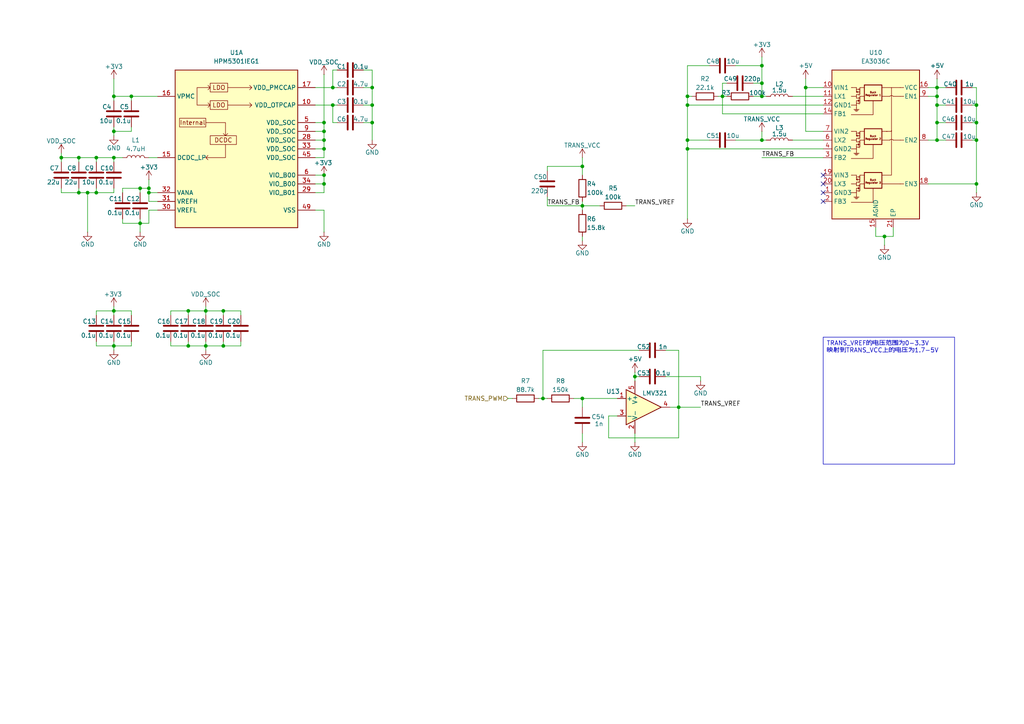
<source format=kicad_sch>
(kicad_sch (version 20231120) (generator "eeschema") (generator_version "8.0")
  (paper "A4")
  (lib_symbols
    (symbol "Amplifier_Operational:LMV321" (pin_names (offset 0.127))
      (property "Reference" "U" (at 0 5.08 0))
      (property "Value" "LMV321" (at 0 -5.08 0))
      (symbol "LMV321_0_1"
        (pin power_in line (at -2.54 -7.62 90) (length 3.81) (name "V-") (number "2"))
        (pin power_in line (at -2.54 7.62 270) (length 3.81) (name "V+") (number "5"))
      )
      (symbol "LMV321_1_1"
        (pin input line (at -7.62 2.54 0) (length 2.54) (name "+") (number "1"))
        (pin input line (at -7.62 -2.54 0) (length 2.54) (name "-") (number "3"))
        (pin output line (at 7.62 0 180) (length 2.54) (name "~") (number "4"))
      )
    )
    (symbol "Device:C" (pin_numbers hide) (pin_names (offset 0.254))
      (property "Reference" "C" (at 0.635 2.54 0))
      (property "Value" "C" (at 0.635 -2.54 0))
      (symbol "C_1_1"
        (pin passive line (at 0 3.81 270) (length 2.794) (name "~") (number "1"))
        (pin passive line (at 0 -3.81 90) (length 2.794) (name "~") (number "2"))
      )
    )
    (symbol "Device:L" (pin_numbers hide) (pin_names (offset 1.016) hide)
      (property "Reference" "L" (at -1.27 0 90))
      (property "Value" "L" (at 1.905 0 90))
      (symbol "L_1_1"
        (pin passive line (at 0 3.81 270) (length 1.27) (name "1") (number "1"))
        (pin passive line (at 0 -3.81 90) (length 1.27) (name "2") (number "2"))
      )
    )
    (symbol "Device:R" (pin_numbers hide) (pin_names (offset 0))
      (property "Reference" "R" (at 2.032 0 90))
      (property "Value" "R" (at 0 0 90))
      (symbol "R_1_1"
        (pin passive line (at 0 3.81 270) (length 1.27) (name "~") (number "1"))
        (pin passive line (at 0 -3.81 90) (length 1.27) (name "~") (number "2"))
      )
    )
    (symbol "HPM5300_Library:HPM5301IEG1"
      (property "Reference" "U" (at -39.624 54.356 0))
      (property "Value" "HPM5301IEG1" (at -25.654 54.356 0))
      (symbol "HPM5301IEG1_1_0"
        (pin power_in line (at 22.86 -17.78 180) (length 5.08) (name "VSS") (number "49"))
      )
      (symbol "HPM5301IEG1_1_1"
        (text "DCDC" (at -3.81 2.54 0) (effects (font (size 1.27 1.27))))
        (text "Internal" (at -12.7 7.62 0) (effects (font (size 1.27 1.27))))
        (text "LDO" (at -5.08 12.7 0) (effects (font (size 1.27 1.27))))
        (text "LDO" (at -5.08 17.78 0) (effects (font (size 1.27 1.27))))
        (pin power_out line (at 22.86 12.7 180) (length 5.08) (name "VDD_OTPCAP") (number "10"))
        (pin power_in line (at -22.86 -2.54 0) (length 5.08) (name "DCDC_LP") (number "15"))
        (pin power_in line (at -22.86 15.24 0) (length 5.08) (name "VPMC") (number "16"))
        (pin power_out line (at 22.86 17.78 180) (length 5.08) (name "VDD_PMCCAP") (number "17"))
        (pin power_in line (at 22.86 2.54 180) (length 5.08) (name "VDD_SOC") (number "28"))
        (pin power_in line (at 22.86 -12.7 180) (length 5.08) (name "VIO_B01") (number "29"))
        (pin power_in line (at -22.86 -17.78 0) (length 5.08) (name "VREFL") (number "30"))
        (pin power_in line (at -22.86 -15.24 0) (length 5.08) (name "VREFH") (number "31"))
        (pin power_in line (at -22.86 -12.7 0) (length 5.08) (name "VANA") (number "32"))
        (pin power_in line (at 22.86 0 180) (length 5.08) (name "VDD_SOC") (number "33"))
        (pin power_in line (at 22.86 -10.16 180) (length 5.08) (name "VIO_B00") (number "34"))
        (pin power_in line (at 22.86 -2.54 180) (length 5.08) (name "VDD_SOC") (number "45"))
        (pin power_in line (at 22.86 7.62 180) (length 5.08) (name "VDD_SOC") (number "5"))
        (pin power_in line (at 22.86 -7.62 180) (length 5.08) (name "VIO_B00") (number "6"))
        (pin power_in line (at 22.86 5.08 180) (length 5.08) (name "VDD_SOC") (number "9"))
      )
      (symbol "HPM5301IEG1_2_1"
        (pin bidirectional line (at -58.42 33.02 0) (length 5.08) (name "PA04/URT1.CTS/SPI0.CS0/TRGM0.P04/JTAG.TDO") (number "1"))
        (pin bidirectional line (at -58.42 40.64 0) (length 5.08) (name "PA01/TMR1.CAPT0/URT0.RXD/TRGM0.P01/ACMP.COMP0") (number "11"))
        (pin bidirectional line (at -58.42 43.18 0) (length 5.08) (name "PA00/TMR1.COMP0/URT0.TXD/TRGM0.P00") (number "12"))
        (pin input line (at -58.42 -45.72 0) (length 5.08) (name "~{RESETN}") (number "13"))
        (pin input line (at -58.42 -48.26 0) (length 5.08) (name "WAKEUP") (number "14"))
        (pin bidirectional line (at -58.42 -33.02 0) (length 5.08) (name "PY01/URT0.RXD/WDG0.RST/USB0.OC/PMIC_PY01/PURT.RXD/PTMR.COMP1/SOC.GPIO_Y01") (number "18"))
        (pin bidirectional line (at -58.42 -30.48 0) (length 5.08) (name "PY00/URT0.TXD/USB0.ID/PMIC_PY00/PURT.TXD/PTMR.COMP0/SOC.GPIO_Y00") (number "19"))
        (pin bidirectional line (at -58.42 22.86 0) (length 5.08) (name "PA08/TMR0.COMP1/URT2.TXD/I2C2.SCL/SPI3.CS2/JTAG.TRST") (number "2"))
        (pin bidirectional line (at -58.42 -25.4 0) (length 5.08) (name "PB15/TMR0.COMP3/URT3.TXD/SPI2.DAT3/TRGM0.P03/ADC0.IN7/CMP0.INP1/CMP1.INP1") (number "20"))
        (pin bidirectional line (at -58.42 -22.86 0) (length 5.08) (name "PB14/URT3.RXD/SPI2.DAT2/TRGM0.P02/ADC0.IN6/CMP0.INN1/CMP1.INN1") (number "21"))
        (pin bidirectional line (at -58.42 -20.32 0) (length 5.08) (name "PB13/TMR1.COMP3/URT3.DE/URT3.RTS/I2C3.SCL/SPI2.MOSI/TRGM0.P01/ADC0.IN5/CMP0.INP2/CMP1.INP2") (number "22"))
        (pin bidirectional line (at -58.42 -17.78 0) (length 5.08) (name "PB12/URT3.CTS/I2C3.SDA/SPI2.MISO/TRGM0.P00/ADC0.IN4/CMP0.INN2/CMP1.INN2") (number "23"))
        (pin bidirectional line (at -58.42 -15.24 0) (length 5.08) (name "PB11/URT2.CTS/SPI2.SCLK/ACMP.COMP1/ADC0.IN3/CMP0.INN4/CMP1.INN4") (number "24"))
        (pin bidirectional line (at -58.42 -12.7 0) (length 5.08) (name "PB10/TMR0.COMP2/URT2.DE/URT2.RTS/SPI2.CS0/ACMP.COMP0/USB0.PWR/ADC0.IN2/CMP0.INP4/CMP1.INP4") (number "25"))
        (pin bidirectional line (at -58.42 -10.16 0) (length 5.08) (name "PB09/TMR0.CAPT1/URT2.RXD/I2C2.SDA/SPI2.CS1/ACMP.COMP1/USB0.OC/ADC0.IN1/CMP0.INP6/CMP1.INP6") (number "26"))
        (pin bidirectional line (at -58.42 -7.62 0) (length 5.08) (name "PB08/TMR0.COMP1/URT2.TXD/I2C2.SCL/SPI2.CS2/ACMP.COMP0/USB0.ID/ADC0.IN11/CMP0.INN6/CMP1.INN6") (number "27"))
        (pin bidirectional line (at -58.42 20.32 0) (length 5.08) (name "PA09/TMR0.CAPT1/URT2.RXD/I2C2.SDA/SPI3.CS1") (number "3"))
        (pin input line (at -58.42 -38.1 0) (length 5.08) (name "XTALI") (number "35"))
        (pin output line (at -58.42 -40.64 0) (length 5.08) (name "XTALO") (number "36"))
        (pin bidirectional line (at -58.42 -2.54 0) (length 5.08) (name "PA31/SPI1.DAT3/XPI0.CA_CS0/TRGM0.P07/USB0.ID") (number "37"))
        (pin bidirectional line (at -58.42 0 0) (length 5.08) (name "PA30/SPI1.DAT2/XPI0.CA_D1/TRGM0.P06/USB0.PWR") (number "38"))
        (pin bidirectional line (at -58.42 2.54 0) (length 5.08) (name "PA29/I2C3.SCL/SPI1.MOSI/XPI0.CA_D2/TRGM0.P05/USB0.OC") (number "39"))
        (pin bidirectional line (at -58.42 17.78 0) (length 5.08) (name "PA10/TMR0.COMP2/URT2.DE/URT2.RTS/SPI3.CS0/ACMP.COMP0") (number "4"))
        (pin bidirectional line (at -58.42 5.08 0) (length 5.08) (name "PA28/I2C3.SDA/SPI1.MISO/XPI0.CA_D0/TRGM0.P04") (number "40"))
        (pin bidirectional line (at -58.42 7.62 0) (length 5.08) (name "PA27/SPI1.SCLK/XPI0.CA_SCLK/TRGM0.P03") (number "41"))
        (pin bidirectional line (at -58.42 10.16 0) (length 5.08) (name "PA26/SPI1.CS0/XPI0.CA_D3/TRGM0.P02") (number "42"))
        (pin bidirectional line (at -58.42 12.7 0) (length 5.08) (name "PA25/I2C2.SDA/SPI1.CS1/XPI0.CA_DQS/TRGM0.P01") (number "43"))
        (pin bidirectional line (at -58.42 15.24 0) (length 5.08) (name "PA24/I2C2.SCL/SPI1.CS2/XPI0.CA_CS1/TRGM0.P00") (number "44"))
        (pin bidirectional line (at -58.42 25.4 0) (length 5.08) (name "PA07/TMR0.COMP0/URT1.TXD/I2C1.SCL/SPI0.MOSI/TRGM0.P07/JTAG.TMS") (number "46"))
        (pin bidirectional line (at -58.42 27.94 0) (length 5.08) (name "PA06/TMR0.CAPT0/URT1.RXD/I2C1.SDA/SPI0.MISO/TRGM0.P06/JTAG.TCK") (number "47"))
        (pin bidirectional line (at -58.42 30.48 0) (length 5.08) (name "PA05/TMR1.COMP2/URT1.DE/URT1.RTS/SPI0.SCLK/TRGM0.P05/JTAG.TDI") (number "48"))
        (pin bidirectional line (at -58.42 35.56 0) (length 5.08) (name "PA03/TMR1.CAPT1/URT0.CTS/I2C0.SDA/SPI3.CS3/ACMP.COMP1/TRGM0.P03/ADC0.DBG") (number "7"))
        (pin bidirectional line (at -58.42 38.1 0) (length 5.08) (name "PA02/TMR1.COMP1/URT0.DE/URT0.RTS/I2C0.SCL/ACMP.COMP0/TRGM0.P02/ACMP.COMP1") (number "8"))
      )
    )
    (symbol "Regulator_Switching:EA3036C"
      (property "Reference" "U" (at 0 15.748 0))
      (property "Value" "EA3036C" (at 0 0 0))
      (symbol "EA3036C_1_0"
        (pin passive line (at -15.24 12.7 0) (length 2.54) hide (name "GND1") (number "13"))
      )
      (symbol "EA3036C_1_1"
        (text "Buck\nRegulator 1" (at -0.762 16.002 0) (effects (font (size 0.508 0.508))))
        (text "Buck\nRegulator 2" (at -0.762 3.302 0) (effects (font (size 0.508 0.508))))
        (text "Buck\nRegulator 3" (at -0.762 -9.398 0) (effects (font (size 0.508 0.508))))
        (pin power_in line (at -15.24 -12.7 0) (length 2.54) (name "GND3") (number "1"))
        (pin power_in line (at -15.24 17.78 0) (length 2.54) (name "VIN1") (number "10"))
        (pin output line (at -15.24 15.24 0) (length 2.54) (name "LX1") (number "11"))
        (pin power_in line (at -15.24 12.7 0) (length 2.54) (name "GND1") (number "12"))
        (pin input line (at -15.24 10.16 0) (length 2.54) (name "FB1") (number "14"))
        (pin power_in line (at 0 -22.86 90) (length 2.54) (name "AGND") (number "15"))
        (pin power_in line (at 15.24 17.78 180) (length 2.54) (name "VCC") (number "16"))
        (pin passive line (at 0 -22.86 90) (length 2.54) hide (name "AGND") (number "17"))
        (pin input line (at 15.24 -10.16 180) (length 2.54) (name "EN3") (number "18"))
        (pin power_in line (at -15.24 -7.62 0) (length 2.54) (name "VIN3") (number "19"))
        (pin input line (at -15.24 -15.24 0) (length 2.54) (name "FB3") (number "2"))
        (pin output line (at -15.24 -10.16 0) (length 2.54) (name "LX3") (number "20"))
        (pin power_in line (at 5.08 -22.86 90) (length 2.54) (name "EP") (number "21"))
        (pin input line (at -15.24 -2.54 0) (length 2.54) (name "FB2") (number "3"))
        (pin power_in line (at -15.24 0 0) (length 2.54) (name "GND2") (number "4"))
        (pin passive line (at -15.24 0 0) (length 2.54) hide (name "GND2") (number "5"))
        (pin output line (at -15.24 2.54 0) (length 2.54) (name "LX2") (number "6"))
        (pin power_in line (at -15.24 5.08 0) (length 2.54) (name "VIN2") (number "7"))
        (pin input line (at 15.24 2.54 180) (length 2.54) (name "EN2") (number "8"))
        (pin input line (at 15.24 15.24 180) (length 2.54) (name "EN1") (number "9"))
      )
    )
    (symbol "power:+3V3" (power) (pin_numbers hide) (pin_names (offset 0) hide)
      (property "Value" "+3V3" (at 0 3.556 0))
      (symbol "+3V3_1_1"
        (pin power_in line (at 0 0 90) (length 0) (name "~") (number "1"))
      )
    )
    (symbol "power:+5V" (power) (pin_numbers hide) (pin_names (offset 0) hide)
      (property "Value" "+5V" (at 0 3.556 0))
      (symbol "+5V_1_1"
        (pin power_in line (at 0 0 90) (length 0) (name "~") (number "1"))
      )
    )
    (symbol "power:GND" (power) (pin_numbers hide) (pin_names (offset 0) hide)
      (property "Value" "GND" (at 0 -3.81 0))
      (symbol "GND_1_1"
        (pin power_in line (at 0 0 270) (length 0) (name "~") (number "1"))
      )
    )
    (symbol "power:VCC" (power) (pin_numbers hide) (pin_names (offset 0) hide)
      (property "Value" "VCC" (at 0 3.556 0))
      (symbol "VCC_1_1"
        (pin power_in line (at 0 0 90) (length 0) (name "~") (number "1"))
      )
    )
    (symbol "power:VDD" (power) (pin_numbers hide) (pin_names (offset 0) hide)
      (property "Value" "VDD" (at 0 3.556 0))
      (symbol "VDD_1_1"
        (pin power_in line (at 0 0 90) (length 0) (name "~") (number "1"))
      )
    )
  )
  (junction (at 40.64 64.77))
  (junction (at 283.21 30.48))
  (junction (at 25.4 55.88))
  (junction (at 43.18 54.61))
  (junction (at 59.69 90.17))
  (junction (at 96.52 30.48))
  (junction (at 43.18 55.88))
  (junction (at 93.98 35.56))
  (junction (at 33.02 90.17))
  (junction (at 157.48 115.57))
  (junction (at 271.78 25.4))
  (junction (at 196.85 118.11))
  (junction (at 54.61 100.33))
  (junction (at 17.78 45.72))
  (junction (at 93.98 38.1))
  (junction (at 271.78 30.48))
  (junction (at 64.77 90.17))
  (junction (at 168.91 115.57))
  (junction (at 220.98 24.13))
  (junction (at 271.78 35.56))
  (junction (at 40.64 54.61))
  (junction (at 27.94 45.72))
  (junction (at 96.52 25.4))
  (junction (at 256.54 68.58))
  (junction (at 93.98 43.18))
  (junction (at 271.78 40.64))
  (junction (at 33.02 27.94))
  (junction (at 54.61 90.17))
  (junction (at 271.78 27.94))
  (junction (at 22.86 55.88))
  (junction (at 33.02 100.33))
  (junction (at 199.39 43.18))
  (junction (at 283.21 53.34))
  (junction (at 220.98 19.05))
  (junction (at 22.86 45.72))
  (junction (at 59.69 100.33))
  (junction (at 168.91 59.69))
  (junction (at 209.55 27.94))
  (junction (at 107.95 25.4))
  (junction (at 168.91 48.26))
  (junction (at 93.98 40.64))
  (junction (at 220.98 27.94))
  (junction (at 27.94 55.88))
  (junction (at 107.95 30.48))
  (junction (at 38.1 27.94))
  (junction (at 220.98 40.64))
  (junction (at 283.21 35.56))
  (junction (at 33.02 38.1))
  (junction (at 64.77 100.33))
  (junction (at 283.21 40.64))
  (junction (at 93.98 50.8))
  (junction (at 199.39 30.48))
  (junction (at 184.15 109.22))
  (junction (at 233.68 25.4))
  (junction (at 93.98 53.34))
  (junction (at 199.39 40.64))
  (junction (at 107.95 35.56))
  (junction (at 33.02 45.72))
  (junction (at 199.39 27.94))
  (no_connect (at 238.76 50.8))
  (no_connect (at 238.76 53.34))
  (no_connect (at 238.76 55.88))
  (no_connect (at 238.76 58.42))
  (wire (pts (xy 91.44 53.34) (xy 93.98 53.34)))
  (wire (pts (xy 93.98 50.8) (xy 93.98 53.34)))
  (wire (pts (xy 158.75 49.53) (xy 158.75 48.26)))
  (wire (pts (xy 209.55 27.94) (xy 210.82 27.94)))
  (wire (pts (xy 168.91 59.69) (xy 168.91 60.96)))
  (wire (pts (xy 91.44 40.64) (xy 93.98 40.64)))
  (wire (pts (xy 209.55 24.13) (xy 209.55 27.94)))
  (wire (pts (xy 209.55 27.94) (xy 209.55 33.02)))
  (wire (pts (xy 156.21 115.57) (xy 157.48 115.57)))
  (wire (pts (xy 107.95 35.56) (xy 107.95 40.64)))
  (wire (pts (xy 271.78 27.94) (xy 271.78 25.4)))
  (wire (pts (xy 220.98 38.1) (xy 220.98 40.64)))
  (wire (pts (xy 199.39 40.64) (xy 199.39 43.18)))
  (wire (pts (xy 45.72 60.96) (xy 43.18 60.96)))
  (wire (pts (xy 17.78 44.45) (xy 17.78 45.72)))
  (wire (pts (xy 256.54 68.58) (xy 256.54 71.12)))
  (wire (pts (xy 33.02 100.33) (xy 38.1 100.33)))
  (wire (pts (xy 283.21 30.48) (xy 283.21 35.56)))
  (wire (pts (xy 27.94 54.61) (xy 27.94 55.88)))
  (wire (pts (xy 168.91 45.72) (xy 168.91 48.26)))
  (wire (pts (xy 33.02 99.06) (xy 33.02 100.33)))
  (wire (pts (xy 196.85 118.11) (xy 194.31 118.11)))
  (wire (pts (xy 168.91 59.69) (xy 173.99 59.69)))
  (wire (pts (xy 64.77 99.06) (xy 64.77 100.33)))
  (wire (pts (xy 271.78 30.48) (xy 274.32 30.48)))
  (wire (pts (xy 199.39 30.48) (xy 199.39 40.64)))
  (wire (pts (xy 33.02 90.17) (xy 38.1 90.17)))
  (wire (pts (xy 69.85 100.33) (xy 69.85 99.06)))
  (wire (pts (xy 184.15 109.22) (xy 185.42 109.22)))
  (wire (pts (xy 166.37 115.57) (xy 168.91 115.57)))
  (wire (pts (xy 157.48 101.6) (xy 185.42 101.6)))
  (wire (pts (xy 203.2 109.22) (xy 203.2 110.49)))
  (wire (pts (xy 193.04 101.6) (xy 196.85 101.6)))
  (wire (pts (xy 105.41 25.4) (xy 107.95 25.4)))
  (wire (pts (xy 168.91 115.57) (xy 179.07 115.57)))
  (wire (pts (xy 93.98 38.1) (xy 93.98 40.64)))
  (wire (pts (xy 168.91 125.73) (xy 168.91 128.27)))
  (wire (pts (xy 179.07 120.65) (xy 176.53 120.65)))
  (wire (pts (xy 96.52 25.4) (xy 97.79 25.4)))
  (wire (pts (xy 220.98 19.05) (xy 220.98 24.13)))
  (wire (pts (xy 43.18 55.88) (xy 43.18 58.42)))
  (wire (pts (xy 93.98 43.18) (xy 93.98 45.72)))
  (wire (pts (xy 199.39 27.94) (xy 199.39 30.48)))
  (wire (pts (xy 220.98 45.72) (xy 238.76 45.72)))
  (wire (pts (xy 254 68.58) (xy 256.54 68.58)))
  (wire (pts (xy 107.95 20.32) (xy 107.95 25.4)))
  (wire (pts (xy 59.69 90.17) (xy 64.77 90.17)))
  (wire (pts (xy 96.52 30.48) (xy 96.52 35.56)))
  (wire (pts (xy 105.41 35.56) (xy 107.95 35.56)))
  (wire (pts (xy 33.02 54.61) (xy 33.02 55.88)))
  (wire (pts (xy 158.75 59.69) (xy 168.91 59.69)))
  (wire (pts (xy 176.53 127) (xy 196.85 127)))
  (wire (pts (xy 35.56 54.61) (xy 40.64 54.61)))
  (wire (pts (xy 38.1 100.33) (xy 38.1 99.06)))
  (wire (pts (xy 168.91 58.42) (xy 168.91 59.69)))
  (wire (pts (xy 25.4 55.88) (xy 22.86 55.88)))
  (wire (pts (xy 271.78 40.64) (xy 271.78 35.56)))
  (wire (pts (xy 33.02 27.94) (xy 38.1 27.94)))
  (wire (pts (xy 213.36 19.05) (xy 220.98 19.05)))
  (wire (pts (xy 208.28 27.94) (xy 209.55 27.94)))
  (wire (pts (xy 27.94 91.44) (xy 27.94 90.17)))
  (wire (pts (xy 256.54 68.58) (xy 259.08 68.58)))
  (wire (pts (xy 281.94 35.56) (xy 283.21 35.56)))
  (wire (pts (xy 158.75 48.26) (xy 168.91 48.26)))
  (wire (pts (xy 91.44 38.1) (xy 93.98 38.1)))
  (wire (pts (xy 281.94 25.4) (xy 283.21 25.4)))
  (wire (pts (xy 283.21 40.64) (xy 283.21 53.34)))
  (wire (pts (xy 199.39 40.64) (xy 205.74 40.64)))
  (wire (pts (xy 238.76 38.1) (xy 233.68 38.1)))
  (wire (pts (xy 33.02 55.88) (xy 27.94 55.88)))
  (wire (pts (xy 157.48 115.57) (xy 157.48 101.6)))
  (wire (pts (xy 54.61 90.17) (xy 54.61 91.44)))
  (wire (pts (xy 281.94 30.48) (xy 283.21 30.48)))
  (wire (pts (xy 22.86 54.61) (xy 22.86 55.88)))
  (wire (pts (xy 27.94 100.33) (xy 33.02 100.33)))
  (wire (pts (xy 229.87 40.64) (xy 238.76 40.64)))
  (wire (pts (xy 43.18 54.61) (xy 43.18 55.88)))
  (wire (pts (xy 27.94 55.88) (xy 25.4 55.88)))
  (wire (pts (xy 107.95 30.48) (xy 107.95 35.56)))
  (wire (pts (xy 33.02 22.86) (xy 33.02 27.94)))
  (wire (pts (xy 238.76 33.02) (xy 209.55 33.02)))
  (wire (pts (xy 168.91 115.57) (xy 168.91 118.11)))
  (wire (pts (xy 233.68 22.86) (xy 233.68 25.4)))
  (wire (pts (xy 196.85 101.6) (xy 196.85 118.11)))
  (wire (pts (xy 22.86 45.72) (xy 22.86 46.99)))
  (wire (pts (xy 233.68 25.4) (xy 238.76 25.4)))
  (wire (pts (xy 59.69 88.9) (xy 59.69 90.17)))
  (wire (pts (xy 33.02 27.94) (xy 33.02 29.21)))
  (wire (pts (xy 43.18 52.07) (xy 43.18 54.61)))
  (wire (pts (xy 184.15 109.22) (xy 184.15 110.49)))
  (wire (pts (xy 93.98 40.64) (xy 93.98 43.18)))
  (wire (pts (xy 64.77 100.33) (xy 69.85 100.33)))
  (wire (pts (xy 199.39 30.48) (xy 238.76 30.48)))
  (wire (pts (xy 22.86 45.72) (xy 27.94 45.72)))
  (wire (pts (xy 38.1 38.1) (xy 38.1 36.83)))
  (wire (pts (xy 54.61 99.06) (xy 54.61 100.33)))
  (wire (pts (xy 91.44 43.18) (xy 93.98 43.18)))
  (wire (pts (xy 27.94 45.72) (xy 27.94 46.99)))
  (wire (pts (xy 33.02 38.1) (xy 38.1 38.1)))
  (wire (pts (xy 271.78 22.86) (xy 271.78 25.4)))
  (wire (pts (xy 96.52 30.48) (xy 97.79 30.48)))
  (wire (pts (xy 271.78 40.64) (xy 274.32 40.64)))
  (wire (pts (xy 196.85 118.11) (xy 203.2 118.11)))
  (wire (pts (xy 59.69 100.33) (xy 59.69 101.6)))
  (wire (pts (xy 254 66.04) (xy 254 68.58)))
  (wire (pts (xy 199.39 43.18) (xy 238.76 43.18)))
  (wire (pts (xy 91.44 60.96) (xy 93.98 60.96)))
  (wire (pts (xy 271.78 25.4) (xy 274.32 25.4)))
  (wire (pts (xy 91.44 35.56) (xy 93.98 35.56)))
  (wire (pts (xy 97.79 35.56) (xy 96.52 35.56)))
  (wire (pts (xy 196.85 127) (xy 196.85 118.11)))
  (wire (pts (xy 271.78 35.56) (xy 274.32 35.56)))
  (wire (pts (xy 54.61 100.33) (xy 59.69 100.33)))
  (wire (pts (xy 147.32 115.57) (xy 148.59 115.57)))
  (wire (pts (xy 93.98 35.56) (xy 93.98 38.1)))
  (wire (pts (xy 69.85 90.17) (xy 69.85 91.44)))
  (wire (pts (xy 229.87 27.94) (xy 238.76 27.94)))
  (wire (pts (xy 43.18 60.96) (xy 43.18 64.77)))
  (wire (pts (xy 200.66 27.94) (xy 199.39 27.94)))
  (wire (pts (xy 158.75 57.15) (xy 158.75 59.69)))
  (wire (pts (xy 45.72 58.42) (xy 43.18 58.42)))
  (wire (pts (xy 33.02 45.72) (xy 35.56 45.72)))
  (wire (pts (xy 269.24 40.64) (xy 271.78 40.64)))
  (wire (pts (xy 64.77 90.17) (xy 64.77 91.44)))
  (wire (pts (xy 210.82 24.13) (xy 209.55 24.13)))
  (wire (pts (xy 40.64 63.5) (xy 40.64 64.77)))
  (wire (pts (xy 35.56 55.88) (xy 35.56 54.61)))
  (wire (pts (xy 33.02 90.17) (xy 33.02 91.44)))
  (wire (pts (xy 27.94 45.72) (xy 33.02 45.72)))
  (wire (pts (xy 222.25 40.64) (xy 220.98 40.64)))
  (wire (pts (xy 176.53 120.65) (xy 176.53 127)))
  (wire (pts (xy 283.21 53.34) (xy 283.21 55.88)))
  (wire (pts (xy 38.1 27.94) (xy 38.1 29.21)))
  (wire (pts (xy 168.91 68.58) (xy 168.91 69.85)))
  (wire (pts (xy 193.04 109.22) (xy 203.2 109.22)))
  (wire (pts (xy 17.78 45.72) (xy 22.86 45.72)))
  (wire (pts (xy 220.98 16.51) (xy 220.98 19.05)))
  (wire (pts (xy 205.74 19.05) (xy 199.39 19.05)))
  (wire (pts (xy 59.69 90.17) (xy 59.69 91.44)))
  (wire (pts (xy 17.78 55.88) (xy 17.78 54.61)))
  (wire (pts (xy 64.77 90.17) (xy 69.85 90.17)))
  (wire (pts (xy 43.18 55.88) (xy 45.72 55.88)))
  (wire (pts (xy 25.4 67.31) (xy 25.4 55.88)))
  (wire (pts (xy 105.41 20.32) (xy 107.95 20.32)))
  (wire (pts (xy 184.15 125.73) (xy 184.15 128.27)))
  (wire (pts (xy 218.44 27.94) (xy 220.98 27.94)))
  (wire (pts (xy 27.94 99.06) (xy 27.94 100.33)))
  (wire (pts (xy 45.72 27.94) (xy 38.1 27.94)))
  (wire (pts (xy 107.95 25.4) (xy 107.95 30.48)))
  (wire (pts (xy 93.98 60.96) (xy 93.98 67.31)))
  (wire (pts (xy 33.02 36.83) (xy 33.02 38.1)))
  (wire (pts (xy 27.94 90.17) (xy 33.02 90.17)))
  (wire (pts (xy 43.18 45.72) (xy 45.72 45.72)))
  (wire (pts (xy 220.98 24.13) (xy 220.98 27.94)))
  (wire (pts (xy 49.53 100.33) (xy 54.61 100.33)))
  (wire (pts (xy 168.91 48.26) (xy 168.91 50.8)))
  (wire (pts (xy 49.53 99.06) (xy 49.53 100.33)))
  (wire (pts (xy 59.69 100.33) (xy 64.77 100.33)))
  (wire (pts (xy 33.02 88.9) (xy 33.02 90.17)))
  (wire (pts (xy 40.64 54.61) (xy 43.18 54.61)))
  (wire (pts (xy 17.78 46.99) (xy 17.78 45.72)))
  (wire (pts (xy 91.44 45.72) (xy 93.98 45.72)))
  (wire (pts (xy 91.44 55.88) (xy 93.98 55.88)))
  (wire (pts (xy 269.24 25.4) (xy 271.78 25.4)))
  (wire (pts (xy 181.61 59.69) (xy 184.15 59.69)))
  (wire (pts (xy 59.69 99.06) (xy 59.69 100.33)))
  (wire (pts (xy 54.61 90.17) (xy 59.69 90.17)))
  (wire (pts (xy 49.53 90.17) (xy 54.61 90.17)))
  (wire (pts (xy 49.53 91.44) (xy 49.53 90.17)))
  (wire (pts (xy 97.79 20.32) (xy 96.52 20.32)))
  (wire (pts (xy 157.48 115.57) (xy 158.75 115.57)))
  (wire (pts (xy 281.94 40.64) (xy 283.21 40.64)))
  (wire (pts (xy 218.44 24.13) (xy 220.98 24.13)))
  (wire (pts (xy 96.52 20.32) (xy 96.52 25.4)))
  (wire (pts (xy 40.64 64.77) (xy 40.64 67.31)))
  (wire (pts (xy 40.64 54.61) (xy 40.64 55.88)))
  (wire (pts (xy 35.56 63.5) (xy 35.56 64.77)))
  (wire (pts (xy 22.86 55.88) (xy 17.78 55.88)))
  (wire (pts (xy 33.02 45.72) (xy 33.02 46.99)))
  (wire (pts (xy 259.08 68.58) (xy 259.08 66.04)))
  (wire (pts (xy 271.78 30.48) (xy 271.78 27.94)))
  (wire (pts (xy 91.44 50.8) (xy 93.98 50.8)))
  (wire (pts (xy 93.98 21.59) (xy 93.98 35.56)))
  (wire (pts (xy 199.39 43.18) (xy 199.39 63.5)))
  (wire (pts (xy 233.68 38.1) (xy 233.68 25.4)))
  (wire (pts (xy 271.78 35.56) (xy 271.78 30.48)))
  (wire (pts (xy 283.21 35.56) (xy 283.21 40.64)))
  (wire (pts (xy 283.21 25.4) (xy 283.21 30.48)))
  (wire (pts (xy 220.98 27.94) (xy 222.25 27.94)))
  (wire (pts (xy 35.56 64.77) (xy 40.64 64.77)))
  (wire (pts (xy 213.36 40.64) (xy 220.98 40.64)))
  (wire (pts (xy 38.1 90.17) (xy 38.1 91.44)))
  (wire (pts (xy 93.98 53.34) (xy 93.98 55.88)))
  (wire (pts (xy 269.24 53.34) (xy 283.21 53.34)))
  (wire (pts (xy 40.64 64.77) (xy 43.18 64.77)))
  (wire (pts (xy 33.02 100.33) (xy 33.02 101.6)))
  (wire (pts (xy 91.44 25.4) (xy 96.52 25.4)))
  (wire (pts (xy 91.44 30.48) (xy 96.52 30.48)))
  (wire (pts (xy 184.15 107.95) (xy 184.15 109.22)))
  (wire (pts (xy 105.41 30.48) (xy 107.95 30.48)))
  (wire (pts (xy 269.24 27.94) (xy 271.78 27.94)))
  (wire (pts (xy 199.39 19.05) (xy 199.39 27.94)))
  (wire (pts (xy 33.02 38.1) (xy 33.02 39.37)))
  (text_box "TRANS_VREF的电压范围为0-3.3V\n映射到TRANS_VCC上的电压为1.7-5V" (at 238.76 97.79 0) (size 38.1 36.83) (effects (font (size 1.27 1.27)) (justify left top)))
  (label "TRANS_FB" (at 220.98 45.72 0))
  (label "TRANS_VREF" (at 203.2 118.11 0))
  (label "TRANS_FB" (at 158.75 59.69 0))
  (label "TRANS_VREF" (at 184.15 59.69 0))
  (hierarchical_label "TRANS_PWM" (shape input) (at 147.32 115.57 180))
  (symbol (lib_id "Device:C") (at 40.64 59.69 0) (unit 1)
    (property "Reference" "C12" (at 38.608 57.658 0))
    (property "Value" "0.1u" (at 38.354 61.722 0))
    (property "Footprint" "Capacitor_SMD:C_0402_1005Metric" (effects (hide yes)))
    (property "Description" "Unpolarized capacitor" (effects (hide yes)))
  )
  (symbol (lib_id "power:GND") (at 168.91 128.27 0) (unit 1)
    (property "Reference" "#PWR091" (effects (hide yes)))
    (property "Value" "GND" (at 168.91 131.826 0))
    (property "Description" "Power symbol creates a global label with name \"GND\" , ground" (effects (hide yes)))
  )
  (symbol (lib_id "Device:C") (at 33.02 95.25 0) (unit 1)
    (property "Reference" "C14" (at 30.988 93.218 0))
    (property "Value" "0.1u" (at 30.734 97.282 0))
    (property "Footprint" "Capacitor_SMD:C_0402_1005Metric" (effects (hide yes)))
    (property "Description" "Unpolarized capacitor" (effects (hide yes)))
  )
  (symbol (lib_id "power:+5V") (at 233.68 22.86 0) (unit 1)
    (property "Reference" "#PWR069" (effects (hide yes)))
    (property "Value" "+5V" (at 233.68 19.05 0))
    (property "Description" "Power symbol creates a global label with name \"+5V\"" (effects (hide yes)))
  )
  (symbol (lib_id "Device:C") (at 27.94 50.8 0) (unit 1)
    (property "Reference" "C9" (at 25.908 48.768 0))
    (property "Value" "10u" (at 25.654 52.832 0))
    (property "Footprint" "Capacitor_SMD:C_0402_1005Metric" (effects (hide yes)))
    (property "Description" "Unpolarized capacitor" (effects (hide yes)))
  )
  (symbol (lib_id "power:GND") (at 184.15 128.27 0) (unit 1)
    (property "Reference" "#PWR092" (effects (hide yes)))
    (property "Value" "GND" (at 184.15 131.826 0))
    (property "Description" "Power symbol creates a global label with name \"GND\" , ground" (effects (hide yes)))
  )
  (symbol (lib_id "Device:C") (at 214.63 24.13 90) (unit 1)
    (property "Reference" "C49" (at 211.836 22.86 90))
    (property "Value" "220p" (at 218.186 22.86 90))
    (property "Footprint" "Capacitor_SMD:C_0402_1005Metric" (effects (hide yes)))
    (property "Description" "Unpolarized capacitor" (effects (hide yes)))
  )
  (symbol (lib_id "Device:C") (at 278.13 40.64 90) (unit 1)
    (property "Reference" "C47" (at 275.082 39.624 90))
    (property "Value" "10u" (at 281.178 39.624 90))
    (property "Footprint" "Capacitor_SMD:C_0603_1608Metric" (effects (hide yes)))
    (property "Description" "Unpolarized capacitor" (effects (hide yes)))
  )
  (symbol (lib_id "power:GND") (at 25.4 67.31 0) (unit 1)
    (property "Reference" "#PWR08" (effects (hide yes)))
    (property "Value" "GND" (at 25.4 70.866 0))
    (property "Description" "Power symbol creates a global label with name \"GND\" , ground" (effects (hide yes)))
  )
  (symbol (lib_id "Device:C") (at 27.94 95.25 0) (unit 1)
    (property "Reference" "C13" (at 25.908 93.218 0))
    (property "Value" "0.1u" (at 25.654 97.282 0))
    (property "Footprint" "Capacitor_SMD:C_0402_1005Metric" (effects (hide yes)))
    (property "Description" "Unpolarized capacitor" (effects (hide yes)))
  )
  (symbol (lib_id "Device:C") (at 278.13 35.56 90) (unit 1)
    (property "Reference" "C46" (at 275.082 34.544 90))
    (property "Value" "10u" (at 281.178 34.544 90))
    (property "Footprint" "Capacitor_SMD:C_0603_1608Metric" (effects (hide yes)))
    (property "Description" "Unpolarized capacitor" (effects (hide yes)))
  )
  (symbol (lib_id "power:GND") (at 199.39 63.5 0) (unit 1)
    (property "Reference" "#PWR086" (effects (hide yes)))
    (property "Value" "GND" (at 199.39 67.056 0))
    (property "Description" "Power symbol creates a global label with name \"GND\" , ground" (effects (hide yes)))
  )
  (symbol (lib_id "power:VDD") (at 59.69 88.9 0) (unit 1)
    (property "Reference" "#PWR013" (effects (hide yes)))
    (property "Value" "VDD_SOC" (at 59.69 85.344 0))
    (property "Description" "Power symbol creates a global label with name \"VDD_SOC\"" (effects (hide yes)))
  )
  (symbol (lib_id "Device:C") (at 189.23 101.6 90) (unit 1)
    (property "Reference" "C52" (at 186.69 100.584 90))
    (property "Value" "1n" (at 192.278 100.584 90))
    (property "Footprint" "Capacitor_SMD:C_0402_1005Metric" (effects (hide yes)))
    (property "Description" "Unpolarized capacitor" (effects (hide yes)))
  )
  (symbol (lib_id "power:GND") (at 93.98 67.31 0) (unit 1)
    (property "Reference" "#PWR010" (effects (hide yes)))
    (property "Value" "GND" (at 93.98 70.866 0))
    (property "Description" "Power symbol creates a global label with name \"GND\" , ground" (effects (hide yes)))
  )
  (symbol (lib_id "HPM5300_Library:HPM5301IEG1") (at 68.58 43.18 0) (unit 1)
    (property "Reference" "U1" (at 68.58 15.24 0))
    (property "Value" "HPM5301IEG1" (at 68.58 17.78 0))
    (property "Footprint" "Package_DFN_QFN:QFN-48-1EP_6x6mm_P0.4mm_EP4.2x4.2mm" (effects (hide yes)))
    (property "Datasheet" "http://www.hpmicro.com/down.aspx?DId=b9f427fc-7856-4897-8a2b-247d1845c1b1&LId=091cdc4f-0cbe-4040-87bc-79f1448ed356&SkipL=T" (effects (hide yes)))
    (property "Description" "Hpmicro High Performance Motion Control MCU, QFN48" (effects (hide yes)))
  )
  (symbol (lib_id "Device:C") (at 168.91 121.92 0) (unit 1)
    (property "Reference" "C54" (at 173.482 120.904 0))
    (property "Value" "1n" (at 173.736 122.936 0))
    (property "Footprint" "Capacitor_SMD:C_0402_1005Metric" (effects (hide yes)))
    (property "Description" "Unpolarized capacitor" (effects (hide yes)))
  )
  (symbol (lib_id "Device:C") (at 278.13 30.48 90) (unit 1)
    (property "Reference" "C41" (at 275.082 29.464 90))
    (property "Value" "10u" (at 281.178 29.464 90))
    (property "Footprint" "Capacitor_SMD:C_0603_1608Metric" (effects (hide yes)))
    (property "Description" "Unpolarized capacitor" (effects (hide yes)))
  )
  (symbol (lib_id "Device:C") (at 69.85 95.25 0) (unit 1)
    (property "Reference" "C20" (at 67.818 93.218 0))
    (property "Value" "0.1u" (at 67.564 97.282 0))
    (property "Footprint" "Capacitor_SMD:C_0402_1005Metric" (effects (hide yes)))
    (property "Description" "Unpolarized capacitor" (effects (hide yes)))
  )
  (symbol (lib_id "Device:C") (at 189.23 109.22 90) (unit 1)
    (property "Reference" "C53" (at 186.69 108.204 90))
    (property "Value" "0.1u" (at 192.278 108.204 90))
    (property "Footprint" "Capacitor_SMD:C_0402_1005Metric" (effects (hide yes)))
    (property "Description" "Unpolarized capacitor" (effects (hide yes)))
  )
  (symbol (lib_id "power:+5V") (at 271.78 22.86 0) (unit 1)
    (property "Reference" "#PWR0120" (effects (hide yes)))
    (property "Value" "+5V" (at 271.78 19.05 0))
    (property "Description" "Power symbol creates a global label with name \"+5V\"" (effects (hide yes)))
  )
  (symbol (lib_id "Device:R") (at 168.91 54.61 0) (unit 1)
    (property "Reference" "R4" (at 170.18 53.34 0) (effects (justify left)))
    (property "Value" "100k" (at 170.18 55.88 0) (effects (justify left)))
    (property "Footprint" "Resistor_SMD:R_0402_1005Metric" (effects (hide yes)))
    (property "Description" "Resistor" (effects (hide yes)))
  )
  (symbol (lib_id "power:GND") (at 283.21 55.88 0) (unit 1)
    (property "Reference" "#PWR0119" (effects (hide yes)))
    (property "Value" "GND" (at 283.21 59.436 0))
    (property "Description" "Power symbol creates a global label with name \"GND\" , ground" (effects (hide yes)))
  )
  (symbol (lib_id "power:+3V3") (at 33.02 88.9 0) (unit 1)
    (property "Reference" "#PWR012" (effects (hide yes)))
    (property "Value" "+3V3" (at 32.766 85.344 0))
    (property "Description" "Power symbol creates a global label with name \"+3V3\"" (effects (hide yes)))
  )
  (symbol (lib_id "Device:R") (at 162.56 115.57 90) (unit 1)
    (property "Reference" "R8" (at 162.56 110.49 90))
    (property "Value" "150k" (at 162.56 113.03 90))
    (property "Footprint" "Resistor_SMD:R_0402_1005Metric" (effects (hide yes)))
    (property "Description" "Resistor" (effects (hide yes)))
  )
  (symbol (lib_id "power:GND") (at 59.69 101.6 0) (unit 1)
    (property "Reference" "#PWR015" (effects (hide yes)))
    (property "Value" "GND" (at 59.69 105.156 0))
    (property "Description" "Power symbol creates a global label with name \"GND\" , ground" (effects (hide yes)))
  )
  (symbol (lib_id "Device:C") (at 101.6 30.48 90) (unit 1)
    (property "Reference" "C3" (at 99.06 29.464 90))
    (property "Value" "0.1u" (at 104.648 29.464 90))
    (property "Footprint" "Capacitor_SMD:C_0402_1005Metric" (effects (hide yes)))
    (property "Description" "Unpolarized capacitor" (effects (hide yes)))
  )
  (symbol (lib_id "power:VCC") (at 168.91 45.72 0) (unit 1)
    (property "Reference" "#PWR070" (effects (hide yes)))
    (property "Value" "TRANS_VCC" (at 168.91 42.164 0))
    (property "Description" "Power symbol creates a global label with name \"VCC\"" (effects (hide yes)))
  )
  (symbol (lib_id "Device:C") (at 209.55 40.64 90) (unit 1)
    (property "Reference" "C51" (at 206.756 39.37 90))
    (property "Value" "10u" (at 212.598 39.37 90))
    (property "Footprint" "Capacitor_SMD:C_0603_1608Metric" (effects (hide yes)))
    (property "Description" "Unpolarized capacitor" (effects (hide yes)))
  )
  (symbol (lib_id "power:GND") (at 33.02 39.37 0) (unit 1)
    (property "Reference" "#PWR03" (effects (hide yes)))
    (property "Value" "GND" (at 33.02 42.926 0))
    (property "Description" "Power symbol creates a global label with name \"GND\" , ground" (effects (hide yes)))
  )
  (symbol (lib_id "Device:C") (at 101.6 35.56 90) (unit 1)
    (property "Reference" "C6" (at 99.06 34.544 90))
    (property "Value" "4.7u" (at 104.648 34.544 90))
    (property "Footprint" "Capacitor_SMD:C_0402_1005Metric" (effects (hide yes)))
    (property "Description" "Unpolarized capacitor" (effects (hide yes)))
  )
  (symbol (lib_id "power:+5V") (at 184.15 107.95 0) (unit 1)
    (property "Reference" "#PWR089" (effects (hide yes)))
    (property "Value" "+5V" (at 184.15 104.14 0))
    (property "Description" "Power symbol creates a global label with name \"+5V\"" (effects (hide yes)))
  )
  (symbol (lib_id "power:GND") (at 40.64 67.31 0) (unit 1)
    (property "Reference" "#PWR09" (effects (hide yes)))
    (property "Value" "GND" (at 40.64 70.866 0))
    (property "Description" "Power symbol creates a global label with name \"GND\" , ground" (effects (hide yes)))
  )
  (symbol (lib_id "Regulator_Switching:EA3036C") (at 254 43.18 0) (unit 1)
    (property "Reference" "U10" (at 254 15.24 0))
    (property "Value" "EA3036C" (at 254 17.78 0))
    (property "Footprint" "Package_DFN_QFN:QFN-20-1EP_3x3mm_P0.4mm_EP1.65x1.65mm" (effects (hide yes)))
    (property "Datasheet" "https://atta.szlcsc.com/upload/public/pdf/source/20200529/C570857_65255DA4FBC4C795D9FF4AFE8A3669F7.pdf" (effects (hide yes)))
    (property "Description" "EA3036C is a 3CH power management IC for applications powered by one Li-Ion battery or a DC 5V adapter." (effects (hide yes)))
  )
  (symbol (lib_id "power:GND") (at 168.91 69.85 0) (unit 1)
    (property "Reference" "#PWR087" (effects (hide yes)))
    (property "Value" "GND" (at 168.91 73.406 0))
    (property "Description" "Power symbol creates a global label with name \"GND\" , ground" (effects (hide yes)))
  )
  (symbol (lib_id "Device:R") (at 214.63 27.94 90) (unit 1)
    (property "Reference" "R3" (at 210.566 26.924 90))
    (property "Value" "100k" (at 219.71 26.924 90))
    (property "Footprint" "Resistor_SMD:R_0402_1005Metric" (effects (hide yes)))
    (property "Description" "Resistor" (effects (hide yes)))
  )
  (symbol (lib_id "Device:L") (at 39.37 45.72 90) (unit 1)
    (property "Reference" "L1" (at 39.37 40.64 90))
    (property "Value" "4.7uH" (at 39.37 43.18 90))
    (property "Footprint" "Inductor_SMD:L_1008_2520Metric" (effects (hide yes)))
    (property "Description" "Inductor" (effects (hide yes)))
  )
  (symbol (lib_id "power:GND") (at 33.02 101.6 0) (unit 1)
    (property "Reference" "#PWR014" (effects (hide yes)))
    (property "Value" "GND" (at 33.02 105.156 0))
    (property "Description" "Power symbol creates a global label with name \"GND\" , ground" (effects (hide yes)))
  )
  (symbol (lib_id "Device:L") (at 226.06 27.94 90) (unit 1)
    (property "Reference" "L2" (at 226.06 24.384 90))
    (property "Value" "1.5u" (at 226.06 26.162 90))
    (property "Footprint" "Inductor_SMD:L_1008_2520Metric" (effects (hide yes)))
    (property "Description" "Inductor" (effects (hide yes)))
  )
  (symbol (lib_id "power:+3V3") (at 43.18 52.07 0) (unit 1)
    (property "Reference" "#PWR07" (effects (hide yes)))
    (property "Value" "+3V3" (at 43.18 48.514 0))
    (property "Description" "Power symbol creates a global label with name \"+3V3\"" (effects (hide yes)))
  )
  (symbol (lib_id "Device:C") (at 209.55 19.05 90) (unit 1)
    (property "Reference" "C48" (at 206.756 17.78 90))
    (property "Value" "10u" (at 212.598 17.78 90))
    (property "Footprint" "Capacitor_SMD:C_0402_1005Metric" (effects (hide yes)))
    (property "Description" "Unpolarized capacitor" (effects (hide yes)))
  )
  (symbol (lib_id "power:+3V3") (at 220.98 16.51 0) (unit 1)
    (property "Reference" "#PWR067" (effects (hide yes)))
    (property "Value" "+3V3" (at 220.98 12.954 0))
    (property "Description" "Power symbol creates a global label with name \"+3V3\"" (effects (hide yes)))
  )
  (symbol (lib_id "Device:C") (at 33.02 50.8 0) (unit 1)
    (property "Reference" "C10" (at 30.988 48.768 0))
    (property "Value" "0.1u" (at 30.734 52.832 0))
    (property "Footprint" "Capacitor_SMD:C_0402_1005Metric" (effects (hide yes)))
    (property "Description" "Unpolarized capacitor" (effects (hide yes)))
  )
  (symbol (lib_id "Device:C") (at 49.53 95.25 0) (unit 1)
    (property "Reference" "C16" (at 47.498 93.218 0))
    (property "Value" "0.1u" (at 47.244 97.282 0))
    (property "Footprint" "Capacitor_SMD:C_0402_1005Metric" (effects (hide yes)))
    (property "Description" "Unpolarized capacitor" (effects (hide yes)))
  )
  (symbol (lib_id "Device:C") (at 101.6 20.32 90) (unit 1)
    (property "Reference" "C1" (at 99.06 19.304 90))
    (property "Value" "0.1u" (at 104.648 19.304 90))
    (property "Footprint" "Capacitor_SMD:C_0402_1005Metric" (effects (hide yes)))
    (property "Description" "Unpolarized capacitor" (effects (hide yes)))
  )
  (symbol (lib_id "Device:C") (at 33.02 33.02 0) (unit 1)
    (property "Reference" "C4" (at 30.988 30.988 0))
    (property "Value" "10u" (at 30.734 35.052 0))
    (property "Footprint" "Capacitor_SMD:C_0402_1005Metric" (effects (hide yes)))
    (property "Description" "Unpolarized capacitor" (effects (hide yes)))
  )
  (symbol (lib_id "Device:R") (at 152.4 115.57 90) (unit 1)
    (property "Reference" "R7" (at 152.4 110.49 90))
    (property "Value" "88.7k" (at 152.4 113.03 90))
    (property "Footprint" "Resistor_SMD:R_0402_1005Metric" (effects (hide yes)))
    (property "Description" "Resistor" (effects (hide yes)))
  )
  (symbol (lib_id "power:+3V3") (at 93.98 50.8 0) (unit 1)
    (property "Reference" "#PWR06" (effects (hide yes)))
    (property "Value" "+3V3" (at 93.726 47.244 0))
    (property "Description" "Power symbol creates a global label with name \"+3V3\"" (effects (hide yes)))
  )
  (symbol (lib_id "Device:C") (at 59.69 95.25 0) (unit 1)
    (property "Reference" "C18" (at 57.658 93.218 0))
    (property "Value" "0.1u" (at 57.404 97.282 0))
    (property "Footprint" "Capacitor_SMD:C_0402_1005Metric" (effects (hide yes)))
    (property "Description" "Unpolarized capacitor" (effects (hide yes)))
  )
  (symbol (lib_id "Device:C") (at 278.13 25.4 90) (unit 1)
    (property "Reference" "C40" (at 275.59 24.384 90))
    (property "Value" "1u" (at 281.178 24.384 90))
    (property "Footprint" "Capacitor_SMD:C_0402_1005Metric" (effects (hide yes)))
    (property "Description" "Unpolarized capacitor" (effects (hide yes)))
  )
  (symbol (lib_id "Device:L") (at 226.06 40.64 90) (unit 1)
    (property "Reference" "L3" (at 226.06 37.084 90))
    (property "Value" "1.5u" (at 226.06 38.862 90))
    (property "Footprint" "Inductor_SMD:L_1008_2520Metric" (effects (hide yes)))
    (property "Description" "Inductor" (effects (hide yes)))
  )
  (symbol (lib_id "power:GND") (at 256.54 71.12 0) (unit 1)
    (property "Reference" "#PWR0118" (effects (hide yes)))
    (property "Value" "GND" (at 256.54 74.676 0))
    (property "Description" "Power symbol creates a global label with name \"GND\" , ground" (effects (hide yes)))
  )
  (symbol (lib_id "power:GND") (at 107.95 40.64 0) (unit 1)
    (property "Reference" "#PWR04" (effects (hide yes)))
    (property "Value" "GND" (at 107.95 44.196 0))
    (property "Description" "Power symbol creates a global label with name \"GND\" , ground" (effects (hide yes)))
  )
  (symbol (lib_id "power:VDD") (at 93.98 21.59 0) (unit 1)
    (property "Reference" "#PWR01" (effects (hide yes)))
    (property "Value" "VDD_SOC" (at 93.98 18.034 0))
    (property "Description" "Power symbol creates a global label with name \"VDD_SOC\"" (effects (hide yes)))
  )
  (symbol (lib_id "Device:C") (at 17.78 50.8 0) (unit 1)
    (property "Reference" "C7" (at 15.748 48.768 0))
    (property "Value" "22u" (at 15.494 52.832 0))
    (property "Footprint" "Capacitor_SMD:C_0402_1005Metric" (effects (hide yes)))
    (property "Description" "Unpolarized capacitor" (effects (hide yes)))
  )
  (symbol (lib_id "Device:R") (at 168.91 64.77 0) (unit 1)
    (property "Reference" "R6" (at 170.18 63.5 0) (effects (justify left)))
    (property "Value" "15.8k" (at 170.18 66.04 0) (effects (justify left)))
    (property "Footprint" "Resistor_SMD:R_0402_1005Metric" (effects (hide yes)))
    (property "Description" "Resistor" (effects (hide yes)))
  )
  (symbol (lib_id "power:VDD") (at 17.78 44.45 0) (unit 1)
    (property "Reference" "#PWR05" (effects (hide yes)))
    (property "Value" "VDD_SOC" (at 17.78 40.894 0))
    (property "Description" "Power symbol creates a global label with name \"VDD_SOC\"" (effects (hide yes)))
  )
  (symbol (lib_id "Device:C") (at 54.61 95.25 0) (unit 1)
    (property "Reference" "C17" (at 52.578 93.218 0))
    (property "Value" "0.1u" (at 52.324 97.282 0))
    (property "Footprint" "Capacitor_SMD:C_0402_1005Metric" (effects (hide yes)))
    (property "Description" "Unpolarized capacitor" (effects (hide yes)))
  )
  (symbol (lib_id "Device:C") (at 64.77 95.25 0) (unit 1)
    (property "Reference" "C19" (at 62.738 93.218 0))
    (property "Value" "0.1u" (at 62.484 97.282 0))
    (property "Footprint" "Capacitor_SMD:C_0402_1005Metric" (effects (hide yes)))
    (property "Description" "Unpolarized capacitor" (effects (hide yes)))
  )
  (symbol (lib_id "Device:R") (at 204.47 27.94 270) (unit 1)
    (property "Reference" "R2" (at 204.47 22.86 90))
    (property "Value" "22.1k" (at 204.47 25.4 90))
    (property "Footprint" "Resistor_SMD:R_0402_1005Metric" (effects (hide yes)))
    (property "Description" "Resistor" (effects (hide yes)))
  )
  (symbol (lib_id "Device:C") (at 158.75 53.34 0) (unit 1)
    (property "Reference" "C50" (at 156.718 51.308 0))
    (property "Value" "220p" (at 156.464 55.372 0))
    (property "Footprint" "Capacitor_SMD:C_0402_1005Metric" (effects (hide yes)))
    (property "Description" "Unpolarized capacitor" (effects (hide yes)))
  )
  (symbol (lib_id "power:GND") (at 203.2 110.49 0) (unit 1)
    (property "Reference" "#PWR090" (effects (hide yes)))
    (property "Value" "GND" (at 203.2 114.046 0))
    (property "Description" "Power symbol creates a global label with name \"GND\" , ground" (effects (hide yes)))
  )
  (symbol (lib_id "power:+3V3") (at 33.02 22.86 0) (unit 1)
    (property "Reference" "#PWR02" (effects (hide yes)))
    (property "Value" "+3V3" (at 33.02 19.304 0))
    (property "Description" "Power symbol creates a global label with name \"+3V3\"" (effects (hide yes)))
  )
  (symbol (lib_id "Amplifier_Operational:LMV321") (at 186.69 118.11 0) (unit 1)
    (property "Reference" "U13" (at 177.8 113.538 0))
    (property "Value" "LMV321" (at 189.992 114.046 0))
    (property "Footprint" "Package_TO_SOT_SMD:SOT-353_SC-70-5" (effects (hide yes)))
    (property "Datasheet" "http://www.ti.com/lit/ds/symlink/lmv324.pdf" (effects (hide yes)))
    (property "Description" "Low-Voltage Rail-to-Rail Output Operational Amplifiers, SOT-23-5/SC-70-5" (effects (hide yes)))
  )
  (symbol (lib_id "Device:C") (at 38.1 33.02 0) (unit 1)
    (property "Reference" "C5" (at 36.068 30.988 0))
    (property "Value" "0.1u" (at 35.814 35.052 0))
    (property "Footprint" "Capacitor_SMD:C_0402_1005Metric" (effects (hide yes)))
    (property "Description" "Unpolarized capacitor" (effects (hide yes)))
  )
  (symbol (lib_id "Device:R") (at 177.8 59.69 90) (unit 1)
    (property "Reference" "R5" (at 177.8 54.61 90))
    (property "Value" "100k" (at 177.8 57.15 90))
    (property "Footprint" "Resistor_SMD:R_0402_1005Metric" (effects (hide yes)))
    (property "Description" "Resistor" (effects (hide yes)))
  )
  (symbol (lib_id "power:VCC") (at 220.98 38.1 0) (unit 1)
    (property "Reference" "#PWR065" (effects (hide yes)))
    (property "Value" "TRANS_VCC" (at 220.98 34.544 0))
    (property "Description" "Power symbol creates a global label with name \"VCC\"" (effects (hide yes)))
  )
  (symbol (lib_id "Device:C") (at 101.6 25.4 90) (unit 1)
    (property "Reference" "C2" (at 99.06 24.384 90))
    (property "Value" "4.7u" (at 104.648 24.384 90))
    (property "Footprint" "Capacitor_SMD:C_0402_1005Metric" (effects (hide yes)))
    (property "Description" "Unpolarized capacitor" (effects (hide yes)))
  )
  (symbol (lib_id "Device:C") (at 22.86 50.8 0) (unit 1)
    (property "Reference" "C8" (at 20.828 48.768 0))
    (property "Value" "22u" (at 20.574 52.832 0))
    (property "Footprint" "Capacitor_SMD:C_0402_1005Metric" (effects (hide yes)))
    (property "Description" "Unpolarized capacitor" (effects (hide yes)))
  )
  (symbol (lib_id "Device:C") (at 38.1 95.25 0) (unit 1)
    (property "Reference" "C15" (at 36.068 93.218 0))
    (property "Value" "0.1u" (at 35.814 97.282 0))
    (property "Footprint" "Capacitor_SMD:C_0402_1005Metric" (effects (hide yes)))
    (property "Description" "Unpolarized capacitor" (effects (hide yes)))
  )
  (symbol (lib_id "Device:C") (at 35.56 59.69 0) (unit 1)
    (property "Reference" "C11" (at 33.528 57.658 0))
    (property "Value" "0.1u" (at 33.274 61.722 0))
    (property "Footprint" "Capacitor_SMD:C_0402_1005Metric" (effects (hide yes)))
    (property "Description" "Unpolarized capacitor" (effects (hide yes)))
  )
)
</source>
